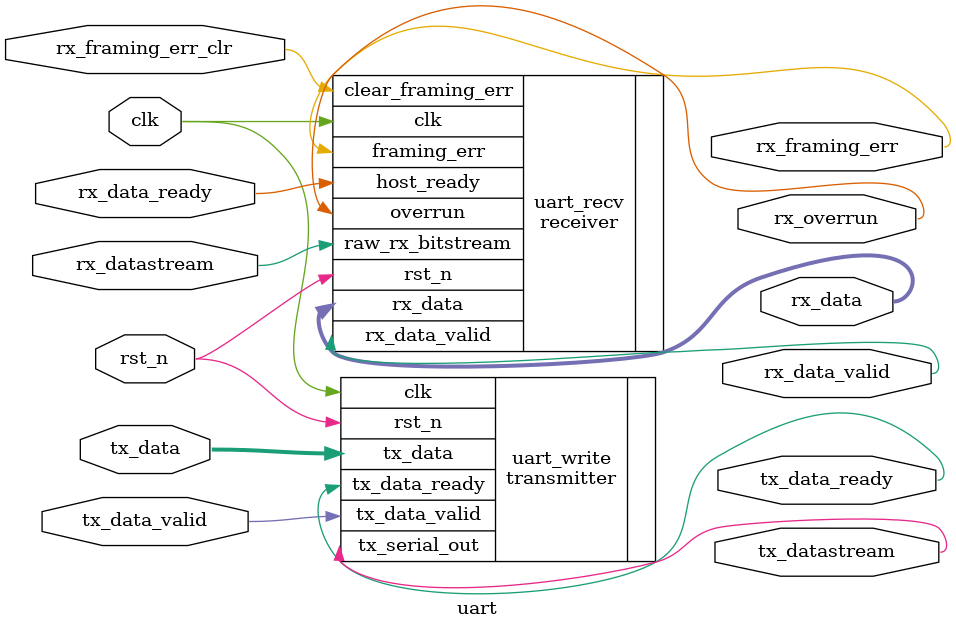
<source format=sv>
`default_nettype none

/**
 * Top level uart module without any FIFO buffering
 **/
module uart
  (
    // Generic
    input  logic       clk,
                       rst_n,
    // External interface
    input  logic       rx_datastream,
    output logic       tx_datastream,
    // Host transmit interface
    input  logic       tx_data_valid,
    input  logic [7:0] tx_data,
    output logic       tx_data_ready,
    // Host receive interface
    input  logic       rx_data_ready,
    input  logic       rx_framing_err_clr,
    output logic       rx_data_valid,
    output logic [7:0] rx_data,
    output logic       rx_overrun,
    output logic       rx_framing_err
  );

  receiver uart_recv(.clk,
                     .rst_n,
                     .raw_rx_bitstream(rx_datastream),
                     .host_ready(rx_data_ready),
                     .clear_framing_err(rx_framing_err_clr),
                     .rx_data,
                     .rx_data_valid,
                     .framing_err(rx_framing_err),
                     .overrun(rx_overrun));

  transmitter uart_write(.clk,
                         .rst_n,
                         .tx_data_valid,
                         .tx_data,
                         .tx_data_ready,
                         .tx_serial_out(tx_datastream));
  

endmodule: uart
</source>
